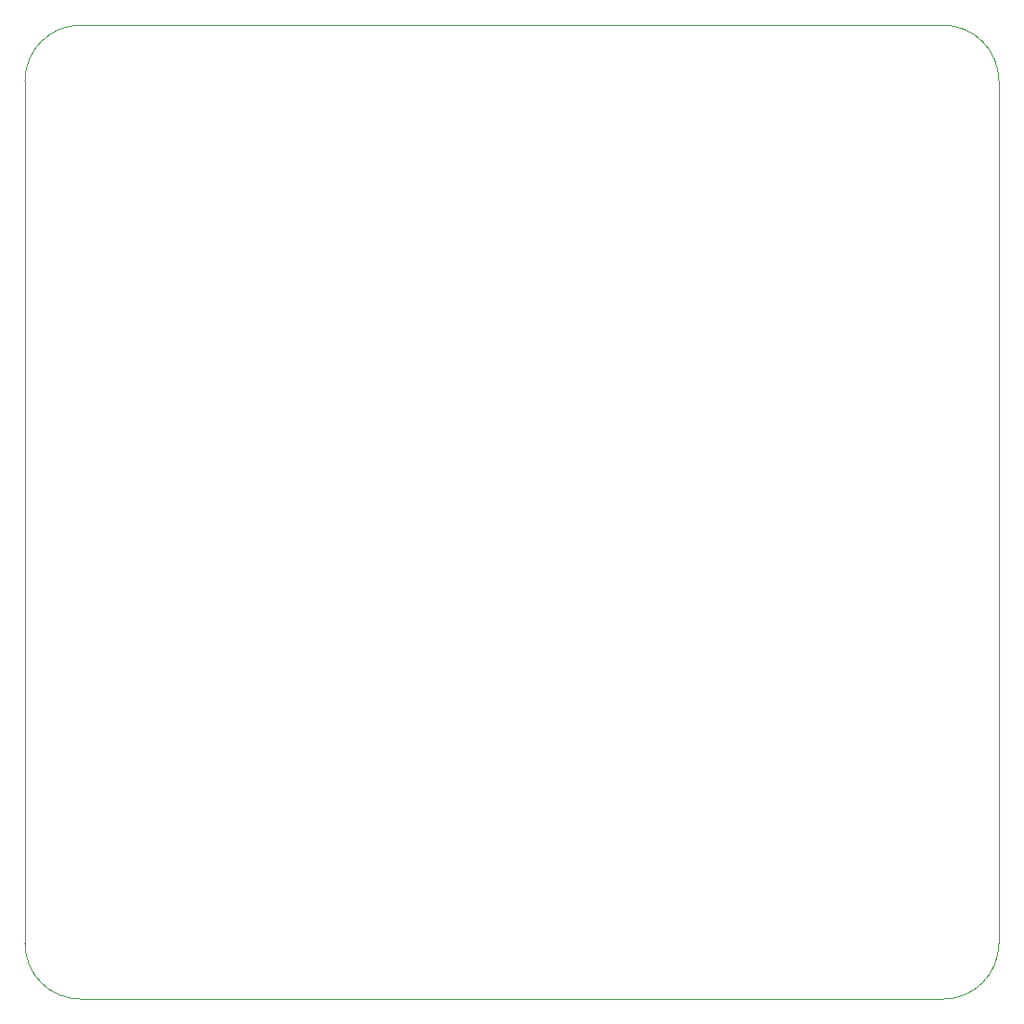
<source format=gm1>
G04 #@! TF.GenerationSoftware,KiCad,Pcbnew,6.0.9-8da3e8f707~117~ubuntu22.04.1*
G04 #@! TF.CreationDate,2022-12-03T17:44:34-08:00*
G04 #@! TF.ProjectId,ch348_octo_serial,63683334-385f-46f6-9374-6f5f73657269,rev?*
G04 #@! TF.SameCoordinates,Original*
G04 #@! TF.FileFunction,Profile,NP*
%FSLAX46Y46*%
G04 Gerber Fmt 4.6, Leading zero omitted, Abs format (unit mm)*
G04 Created by KiCad (PCBNEW 6.0.9-8da3e8f707~117~ubuntu22.04.1) date 2022-12-03 17:44:34*
%MOMM*%
%LPD*%
G01*
G04 APERTURE LIST*
G04 #@! TA.AperFunction,Profile*
%ADD10C,0.100000*%
G04 #@! TD*
G04 APERTURE END LIST*
D10*
X73660000Y-128270000D02*
X152400000Y-128270000D01*
X157480000Y-44450000D02*
G75*
G03*
X152400000Y-39370000I-5080000J0D01*
G01*
X73660000Y-39370000D02*
G75*
G03*
X68580000Y-44450000I0J-5080000D01*
G01*
X152400000Y-39370000D02*
X73660000Y-39370000D01*
X152400000Y-128270000D02*
G75*
G03*
X157480000Y-123190000I0J5080000D01*
G01*
X68580000Y-44450000D02*
X68580000Y-123190000D01*
X68580000Y-123190000D02*
G75*
G03*
X73660000Y-128270000I5080000J0D01*
G01*
X157480000Y-123190000D02*
X157480000Y-44450000D01*
M02*

</source>
